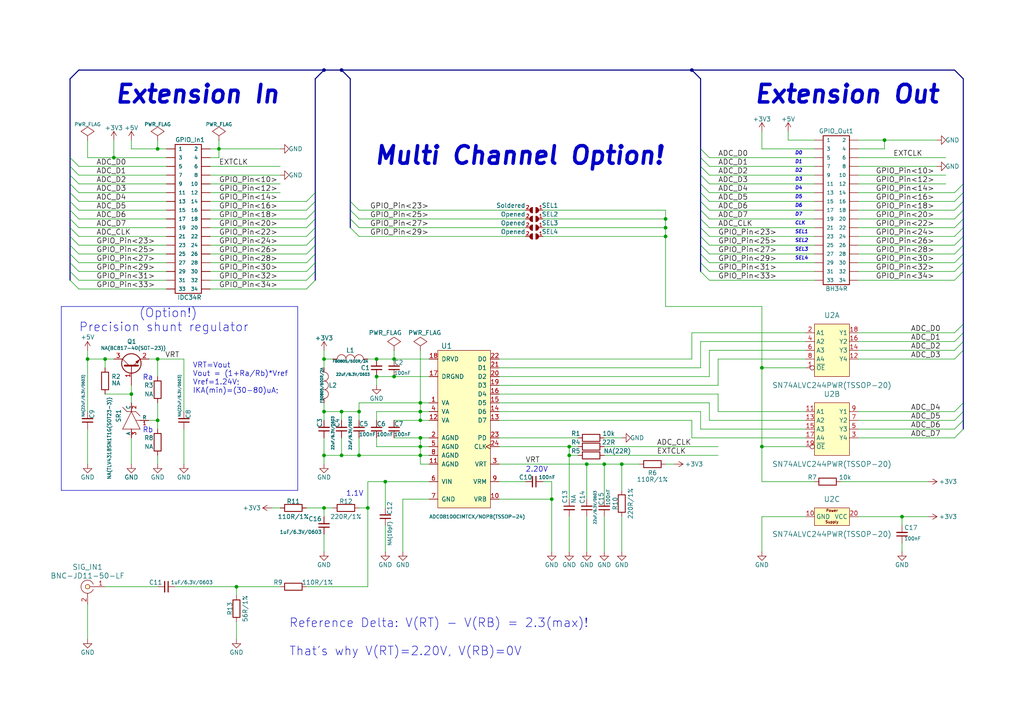
<source format=kicad_sch>
(kicad_sch (version 20230121) (generator eeschema)
  (paper "A4")
  (title_block (rev "A") (company "OLimeX LTD") (comment 1 "https://www.olimex.com/"))
  (junction (at 160.02 144.78))
  (junction (at 165.1 129.54))
  (junction (at 63.5 43.18))
  (junction (at 30.48 104.14))
  (junction (at 109.22 104.14))
  (junction (at 45.72 104.14))
  (junction (at 121.92 127))
  (junction (at 170.18 134.62))
  (junction (at 121.92 119.38))
  (junction (at 220.98 106.68))
  (junction (at 68.58 170.18))
  (junction (at 104.14 132.08))
  (junction (at 114.3 104.14))
  (junction (at 111.76 139.7))
  (junction (at 106.68 147.32))
  (junction (at 93.98 132.08))
  (junction (at 33.02 45.72))
  (junction (at 99.06 20.32))
  (junction (at 261.62 149.86))
  (junction (at 193.04 68.58))
  (junction (at 180.34 134.62))
  (junction (at 93.98 20.32))
  (junction (at 256.54 40.64))
  (junction (at 114.3 109.22))
  (junction (at 121.92 132.08))
  (junction (at 38.1 114.3))
  (junction (at 200.66 20.32))
  (junction (at 193.04 66.04))
  (junction (at 109.22 109.22))
  (junction (at 220.98 129.54))
  (junction (at 121.92 116.84))
  (junction (at 104.14 119.38))
  (junction (at 175.26 134.62))
  (junction (at 45.72 43.18))
  (junction (at 45.72 121.92))
  (junction (at 99.06 119.38))
  (junction (at 99.06 132.08))
  (junction (at 93.98 147.32))
  (junction (at 121.92 121.92))
  (junction (at 193.04 63.5))
  (junction (at 93.98 119.38))
  (junction (at 93.98 104.14))
  (junction (at 165.1 132.08))
  (junction (at 121.92 129.54))
  (junction (at 25.4 104.14))
  (bus_entry (at 91.44 63.5) (size -2.54 2.54))
  (bus_entry (at 279.4 58.42) (size -2.54 2.54))
  (bus_entry (at 20.32 71.12) (size 2.54 2.54))
  (bus_entry (at 203.2 68.58) (size 2.54 2.54))
  (bus_entry (at 279.4 93.98) (size -2.54 2.54))
  (bus_entry (at 20.32 48.26) (size 2.54 2.54))
  (bus_entry (at 101.6 63.5) (size 2.54 2.54))
  (bus_entry (at 20.32 73.66) (size 2.54 2.54))
  (bus_entry (at 279.4 78.74) (size -2.54 2.54))
  (bus_entry (at 20.32 81.28) (size 2.54 2.54))
  (bus_entry (at 91.44 68.58) (size -2.54 2.54))
  (bus_entry (at 91.44 55.88) (size -2.54 2.54))
  (bus_entry (at 91.44 71.12) (size -2.54 2.54))
  (bus_entry (at 279.4 71.12) (size -2.54 2.54))
  (bus_entry (at 20.32 45.72) (size 2.54 2.54))
  (bus_entry (at 91.44 60.96) (size -2.54 2.54))
  (bus_entry (at 101.6 66.04) (size 2.54 2.54))
  (bus_entry (at 279.4 116.84) (size -2.54 2.54))
  (bus_entry (at 279.4 76.2) (size -2.54 2.54))
  (bus_entry (at 279.4 124.46) (size -2.54 2.54))
  (bus_entry (at 101.6 60.96) (size 2.54 2.54))
  (bus_entry (at 279.4 60.96) (size -2.54 2.54))
  (bus_entry (at 279.4 96.52) (size -2.54 2.54))
  (bus_entry (at 279.4 99.06) (size -2.54 2.54))
  (bus_entry (at 20.32 53.34) (size 2.54 2.54))
  (bus_entry (at 203.2 48.26) (size 2.54 2.54))
  (bus_entry (at 20.32 76.2) (size 2.54 2.54))
  (bus_entry (at 20.32 78.74) (size 2.54 2.54))
  (bus_entry (at 279.4 119.38) (size -2.54 2.54))
  (bus_entry (at 203.2 66.04) (size 2.54 2.54))
  (bus_entry (at 91.44 58.42) (size -2.54 2.54))
  (bus_entry (at 20.32 50.8) (size 2.54 2.54))
  (bus_entry (at 279.4 63.5) (size -2.54 2.54))
  (bus_entry (at 279.4 55.88) (size -2.54 2.54))
  (bus_entry (at 20.32 60.96) (size 2.54 2.54))
  (bus_entry (at 203.2 43.18) (size 2.54 2.54))
  (bus_entry (at 20.32 66.04) (size 2.54 2.54))
  (bus_entry (at 279.4 68.58) (size -2.54 2.54))
  (bus_entry (at 91.44 78.74) (size -2.54 2.54))
  (bus_entry (at 20.32 68.58) (size 2.54 2.54))
  (bus_entry (at 203.2 78.74) (size 2.54 2.54))
  (bus_entry (at 91.44 81.28) (size -2.54 2.54))
  (bus_entry (at 203.2 63.5) (size 2.54 2.54))
  (bus_entry (at 279.4 73.66) (size -2.54 2.54))
  (bus_entry (at 20.32 63.5) (size 2.54 2.54))
  (bus_entry (at 279.4 53.34) (size -2.54 2.54))
  (bus_entry (at 203.2 55.88) (size 2.54 2.54))
  (bus_entry (at 203.2 50.8) (size 2.54 2.54))
  (bus_entry (at 20.32 58.42) (size 2.54 2.54))
  (bus_entry (at 91.44 76.2) (size -2.54 2.54))
  (bus_entry (at 279.4 66.04) (size -2.54 2.54))
  (bus_entry (at 203.2 60.96) (size 2.54 2.54))
  (bus_entry (at 279.4 101.6) (size -2.54 2.54))
  (bus_entry (at 203.2 71.12) (size 2.54 2.54))
  (bus_entry (at 203.2 58.42) (size 2.54 2.54))
  (bus_entry (at 203.2 53.34) (size 2.54 2.54))
  (bus_entry (at 20.32 55.88) (size 2.54 2.54))
  (bus_entry (at 91.44 73.66) (size -2.54 2.54))
  (bus_entry (at 279.4 121.92) (size -2.54 2.54))
  (bus_entry (at 203.2 73.66) (size 2.54 2.54))
  (bus_entry (at 203.2 45.72) (size 2.54 2.54))
  (bus_entry (at 203.2 76.2) (size 2.54 2.54))
  (bus_entry (at 101.6 58.42) (size 2.54 2.54))
  (bus_entry (at 91.44 66.04) (size -2.54 2.54))
  (bus (pts (xy 20.32 71.12) (xy 20.32 73.66)))
  (wire (pts (xy 99.06 121.92) (xy 99.06 119.38)))
  (wire (pts (xy 114.3 127) (xy 121.92 127)))
  (bus (pts (xy 203.2 22.86) (xy 200.66 20.32)))
  (wire (pts (xy 121.92 134.62) (xy 124.46 134.62)))
  (wire (pts (xy 60.96 63.5) (xy 88.9 63.5)))
  (wire (pts (xy 60.96 66.04) (xy 88.9 66.04)))
  (wire (pts (xy 152.4 60.96) (xy 104.14 60.96)))
  (wire (pts (xy 30.48 170.18) (xy 45.72 170.18)))
  (wire (pts (xy 121.92 116.84) (xy 124.46 116.84)))
  (wire (pts (xy 109.22 109.22) (xy 114.3 109.22)))
  (wire (pts (xy 193.04 66.04) (xy 157.48 66.04)))
  (wire (pts (xy 43.18 104.14) (xy 45.72 104.14)))
  (wire (pts (xy 60.96 60.96) (xy 88.9 60.96)))
  (wire (pts (xy 228.6 40.64) (xy 228.6 38.1)))
  (wire (pts (xy 160.02 139.7) (xy 160.02 144.78)))
  (wire (pts (xy 68.58 170.18) (xy 81.28 170.18)))
  (wire (pts (xy 93.98 132.08) (xy 99.06 132.08)))
  (bus (pts (xy 203.2 53.34) (xy 203.2 55.88)))
  (bus (pts (xy 91.44 71.12) (xy 91.44 73.66)))
  (wire (pts (xy 152.4 63.5) (xy 104.14 63.5)))
  (polyline (pts (xy 86.36 88.9) (xy 86.36 142.24)))
  (wire (pts (xy 144.78 127) (xy 167.64 127)))
  (wire (pts (xy 68.58 172.72) (xy 68.58 170.18)))
  (wire (pts (xy 144.78 144.78) (xy 160.02 144.78)))
  (wire (pts (xy 205.74 121.92) (xy 233.68 121.92)))
  (wire (pts (xy 60.96 73.66) (xy 88.9 73.66)))
  (wire (pts (xy 48.26 83.82) (xy 22.86 83.82)))
  (wire (pts (xy 274.32 45.72) (xy 248.92 45.72)))
  (wire (pts (xy 274.32 53.34) (xy 248.92 53.34)))
  (wire (pts (xy 274.32 50.8) (xy 248.92 50.8)))
  (bus (pts (xy 279.4 99.06) (xy 279.4 101.6)))
  (wire (pts (xy 236.22 53.34) (xy 205.74 53.34)))
  (wire (pts (xy 81.28 55.88) (xy 60.96 55.88)))
  (wire (pts (xy 60.96 76.2) (xy 88.9 76.2)))
  (wire (pts (xy 276.86 96.52) (xy 248.92 96.52)))
  (wire (pts (xy 114.3 109.22) (xy 124.46 109.22)))
  (wire (pts (xy 121.92 127) (xy 124.46 127)))
  (bus (pts (xy 203.2 71.12) (xy 203.2 73.66)))
  (wire (pts (xy 180.34 134.62) (xy 185.42 134.62)))
  (wire (pts (xy 248.92 76.2) (xy 276.86 76.2)))
  (wire (pts (xy 276.86 104.14) (xy 248.92 104.14)))
  (wire (pts (xy 48.26 76.2) (xy 22.86 76.2)))
  (wire (pts (xy 167.64 132.08) (xy 165.1 132.08)))
  (wire (pts (xy 109.22 129.54) (xy 121.92 129.54)))
  (wire (pts (xy 220.98 149.86) (xy 220.98 160.02)))
  (bus (pts (xy 203.2 73.66) (xy 203.2 76.2)))
  (bus (pts (xy 203.2 60.96) (xy 203.2 63.5)))
  (wire (pts (xy 121.92 132.08) (xy 121.92 134.62)))
  (wire (pts (xy 203.2 119.38) (xy 203.2 124.46)))
  (wire (pts (xy 236.22 66.04) (xy 205.74 66.04)))
  (wire (pts (xy 93.98 149.86) (xy 93.98 147.32)))
  (wire (pts (xy 25.4 104.14) (xy 25.4 119.38)))
  (bus (pts (xy 279.4 121.92) (xy 279.4 124.46)))
  (wire (pts (xy 38.1 111.76) (xy 38.1 114.3)))
  (wire (pts (xy 63.5 43.18) (xy 81.28 43.18)))
  (bus (pts (xy 20.32 76.2) (xy 20.32 78.74)))
  (wire (pts (xy 248.92 149.86) (xy 261.62 149.86)))
  (wire (pts (xy 60.96 68.58) (xy 88.9 68.58)))
  (wire (pts (xy 45.72 40.64) (xy 45.72 43.18)))
  (bus (pts (xy 203.2 48.26) (xy 203.2 50.8)))
  (wire (pts (xy 45.72 43.18) (xy 48.26 43.18)))
  (bus (pts (xy 20.32 50.8) (xy 20.32 53.34)))
  (wire (pts (xy 220.98 43.18) (xy 220.98 38.1)))
  (wire (pts (xy 170.18 134.62) (xy 170.18 144.78)))
  (wire (pts (xy 248.92 43.18) (xy 256.54 43.18)))
  (bus (pts (xy 203.2 50.8) (xy 203.2 53.34)))
  (wire (pts (xy 220.98 88.9) (xy 220.98 106.68)))
  (wire (pts (xy 99.06 119.38) (xy 104.14 119.38)))
  (wire (pts (xy 236.22 63.5) (xy 205.74 63.5)))
  (wire (pts (xy 248.92 58.42) (xy 276.86 58.42)))
  (wire (pts (xy 60.96 78.74) (xy 88.9 78.74)))
  (bus (pts (xy 91.44 60.96) (xy 91.44 63.5)))
  (wire (pts (xy 276.86 99.06) (xy 248.92 99.06)))
  (wire (pts (xy 33.02 45.72) (xy 48.26 45.72)))
  (wire (pts (xy 104.14 132.08) (xy 104.14 127)))
  (wire (pts (xy 236.22 68.58) (xy 205.74 68.58)))
  (wire (pts (xy 38.1 114.3) (xy 30.48 114.3)))
  (bus (pts (xy 203.2 68.58) (xy 203.2 71.12)))
  (wire (pts (xy 68.58 185.42) (xy 68.58 180.34)))
  (wire (pts (xy 106.68 104.14) (xy 109.22 104.14)))
  (wire (pts (xy 93.98 132.08) (xy 93.98 134.62)))
  (wire (pts (xy 220.98 106.68) (xy 220.98 129.54)))
  (wire (pts (xy 45.72 116.84) (xy 45.72 121.92)))
  (wire (pts (xy 248.92 68.58) (xy 276.86 68.58)))
  (wire (pts (xy 93.98 116.84) (xy 93.98 119.38)))
  (wire (pts (xy 111.76 160.02) (xy 111.76 152.4)))
  (wire (pts (xy 121.92 121.92) (xy 124.46 121.92)))
  (bus (pts (xy 279.4 119.38) (xy 279.4 121.92)))
  (wire (pts (xy 121.92 119.38) (xy 121.92 121.92)))
  (bus (pts (xy 91.44 76.2) (xy 91.44 78.74)))
  (bus (pts (xy 20.32 22.86) (xy 20.32 45.72)))
  (wire (pts (xy 208.28 119.38) (xy 233.68 119.38)))
  (wire (pts (xy 236.22 71.12) (xy 205.74 71.12)))
  (wire (pts (xy 157.48 63.5) (xy 193.04 63.5)))
  (wire (pts (xy 165.1 129.54) (xy 165.1 132.08)))
  (wire (pts (xy 48.26 78.74) (xy 22.86 78.74)))
  (wire (pts (xy 205.74 109.22) (xy 205.74 101.6)))
  (wire (pts (xy 109.22 119.38) (xy 121.92 119.38)))
  (wire (pts (xy 60.96 58.42) (xy 88.9 58.42)))
  (bus (pts (xy 91.44 78.74) (xy 91.44 81.28)))
  (wire (pts (xy 114.3 121.92) (xy 121.92 121.92)))
  (wire (pts (xy 205.74 101.6) (xy 233.68 101.6)))
  (wire (pts (xy 81.28 48.26) (xy 60.96 48.26)))
  (wire (pts (xy 93.98 119.38) (xy 99.06 119.38)))
  (wire (pts (xy 236.22 48.26) (xy 205.74 48.26)))
  (wire (pts (xy 144.78 134.62) (xy 170.18 134.62)))
  (bus (pts (xy 279.4 68.58) (xy 279.4 71.12)))
  (wire (pts (xy 93.98 119.38) (xy 93.98 121.92)))
  (wire (pts (xy 48.26 50.8) (xy 22.86 50.8)))
  (wire (pts (xy 243.84 139.7) (xy 269.24 139.7)))
  (wire (pts (xy 43.18 121.92) (xy 45.72 121.92)))
  (wire (pts (xy 200.66 127) (xy 233.68 127)))
  (wire (pts (xy 60.96 83.82) (xy 88.9 83.82)))
  (wire (pts (xy 121.92 101.6) (xy 121.92 116.84)))
  (bus (pts (xy 91.44 55.88) (xy 91.44 58.42)))
  (wire (pts (xy 144.78 109.22) (xy 205.74 109.22)))
  (wire (pts (xy 121.92 129.54) (xy 121.92 132.08)))
  (wire (pts (xy 248.92 40.64) (xy 256.54 40.64)))
  (wire (pts (xy 175.26 160.02) (xy 175.26 149.86)))
  (bus (pts (xy 20.32 60.96) (xy 20.32 63.5)))
  (wire (pts (xy 144.78 129.54) (xy 165.1 129.54)))
  (bus (pts (xy 99.06 20.32) (xy 200.66 20.32)))
  (wire (pts (xy 236.22 50.8) (xy 205.74 50.8)))
  (wire (pts (xy 121.92 129.54) (xy 124.46 129.54)))
  (wire (pts (xy 38.1 114.3) (xy 38.1 116.84)))
  (wire (pts (xy 236.22 43.18) (xy 220.98 43.18)))
  (wire (pts (xy 248.92 66.04) (xy 276.86 66.04)))
  (wire (pts (xy 25.4 134.62) (xy 25.4 124.46)))
  (wire (pts (xy 236.22 81.28) (xy 205.74 81.28)))
  (bus (pts (xy 91.44 66.04) (xy 91.44 68.58)))
  (wire (pts (xy 25.4 45.72) (xy 25.4 40.64)))
  (bus (pts (xy 279.4 22.86) (xy 279.4 53.34)))
  (wire (pts (xy 180.34 134.62) (xy 180.34 142.24)))
  (bus (pts (xy 20.32 22.86) (xy 22.86 20.32)))
  (wire (pts (xy 175.26 132.08) (xy 208.28 132.08)))
  (bus (pts (xy 99.06 20.32) (xy 101.6 22.86)))
  (wire (pts (xy 25.4 101.6) (xy 25.4 104.14)))
  (bus (pts (xy 20.32 68.58) (xy 20.32 71.12)))
  (wire (pts (xy 193.04 68.58) (xy 157.48 68.58)))
  (bus (pts (xy 203.2 45.72) (xy 203.2 48.26)))
  (bus (pts (xy 91.44 22.86) (xy 93.98 20.32)))
  (wire (pts (xy 248.92 78.74) (xy 276.86 78.74)))
  (wire (pts (xy 165.1 129.54) (xy 167.64 129.54)))
  (wire (pts (xy 165.1 160.02) (xy 165.1 149.86)))
  (wire (pts (xy 193.04 60.96) (xy 193.04 63.5)))
  (wire (pts (xy 152.4 68.58) (xy 104.14 68.58)))
  (wire (pts (xy 109.22 129.54) (xy 109.22 127)))
  (wire (pts (xy 109.22 104.14) (xy 114.3 104.14)))
  (bus (pts (xy 20.32 78.74) (xy 20.32 81.28)))
  (wire (pts (xy 200.66 104.14) (xy 200.66 96.52)))
  (wire (pts (xy 48.26 53.34) (xy 22.86 53.34)))
  (wire (pts (xy 175.26 134.62) (xy 180.34 134.62)))
  (wire (pts (xy 48.26 58.42) (xy 22.86 58.42)))
  (wire (pts (xy 220.98 139.7) (xy 236.22 139.7)))
  (wire (pts (xy 203.2 106.68) (xy 203.2 99.06)))
  (wire (pts (xy 193.04 66.04) (xy 193.04 68.58)))
  (wire (pts (xy 45.72 104.14) (xy 53.34 104.14)))
  (bus (pts (xy 20.32 73.66) (xy 20.32 76.2)))
  (wire (pts (xy 25.4 175.26) (xy 25.4 185.42)))
  (wire (pts (xy 236.22 58.42) (xy 205.74 58.42)))
  (wire (pts (xy 157.48 139.7) (xy 160.02 139.7)))
  (wire (pts (xy 193.04 134.62) (xy 195.58 134.62)))
  (bus (pts (xy 101.6 60.96) (xy 101.6 63.5)))
  (wire (pts (xy 256.54 40.64) (xy 271.78 40.64)))
  (wire (pts (xy 121.92 116.84) (xy 121.92 119.38)))
  (wire (pts (xy 170.18 134.62) (xy 175.26 134.62)))
  (wire (pts (xy 93.98 127) (xy 93.98 132.08)))
  (wire (pts (xy 200.66 96.52) (xy 233.68 96.52)))
  (wire (pts (xy 104.14 116.84) (xy 104.14 119.38)))
  (wire (pts (xy 276.86 119.38) (xy 248.92 119.38)))
  (wire (pts (xy 48.26 60.96) (xy 22.86 60.96)))
  (wire (pts (xy 45.72 134.62) (xy 45.72 132.08)))
  (bus (pts (xy 101.6 63.5) (xy 101.6 66.04)))
  (wire (pts (xy 144.78 106.68) (xy 203.2 106.68)))
  (wire (pts (xy 236.22 76.2) (xy 205.74 76.2)))
  (bus (pts (xy 279.4 76.2) (xy 279.4 78.74)))
  (wire (pts (xy 121.92 132.08) (xy 124.46 132.08)))
  (wire (pts (xy 248.92 55.88) (xy 276.86 55.88)))
  (wire (pts (xy 152.4 66.04) (xy 104.14 66.04)))
  (wire (pts (xy 203.2 99.06) (xy 233.68 99.06)))
  (wire (pts (xy 93.98 104.14) (xy 93.98 106.68)))
  (bus (pts (xy 101.6 58.42) (xy 101.6 60.96)))
  (bus (pts (xy 200.66 20.32) (xy 276.86 20.32)))
  (wire (pts (xy 180.34 127) (xy 175.26 127)))
  (wire (pts (xy 60.96 43.18) (xy 63.5 43.18)))
  (wire (pts (xy 220.98 129.54) (xy 233.68 129.54)))
  (bus (pts (xy 203.2 55.88) (xy 203.2 58.42)))
  (wire (pts (xy 81.28 53.34) (xy 60.96 53.34)))
  (bus (pts (xy 279.4 66.04) (xy 279.4 68.58)))
  (wire (pts (xy 106.68 139.7) (xy 106.68 147.32)))
  (bus (pts (xy 20.32 55.88) (xy 20.32 58.42)))
  (wire (pts (xy 111.76 139.7) (xy 111.76 147.32)))
  (bus (pts (xy 20.32 45.72) (xy 20.32 48.26)))
  (wire (pts (xy 33.02 45.72) (xy 33.02 40.64)))
  (bus (pts (xy 203.2 76.2) (xy 203.2 78.74)))
  (wire (pts (xy 106.68 139.7) (xy 111.76 139.7)))
  (wire (pts (xy 160.02 144.78) (xy 160.02 160.02)))
  (wire (pts (xy 248.92 48.26) (xy 271.78 48.26)))
  (wire (pts (xy 208.28 114.3) (xy 208.28 119.38)))
  (bus (pts (xy 203.2 66.04) (xy 203.2 68.58)))
  (polyline (pts (xy 86.36 142.24) (xy 17.78 142.24)))
  (wire (pts (xy 63.5 43.18) (xy 63.5 45.72)))
  (wire (pts (xy 48.26 48.26) (xy 22.86 48.26)))
  (wire (pts (xy 48.26 63.5) (xy 22.86 63.5)))
  (wire (pts (xy 248.92 71.12) (xy 276.86 71.12)))
  (wire (pts (xy 48.26 81.28) (xy 22.86 81.28)))
  (bus (pts (xy 91.44 22.86) (xy 91.44 55.88)))
  (wire (pts (xy 45.72 104.14) (xy 45.72 109.22)))
  (wire (pts (xy 99.06 127) (xy 99.06 132.08)))
  (bus (pts (xy 91.44 58.42) (xy 91.44 60.96)))
  (wire (pts (xy 30.48 106.68) (xy 30.48 104.14)))
  (bus (pts (xy 279.4 63.5) (xy 279.4 66.04)))
  (wire (pts (xy 208.28 129.54) (xy 175.26 129.54)))
  (wire (pts (xy 193.04 60.96) (xy 157.48 60.96)))
  (wire (pts (xy 236.22 55.88) (xy 205.74 55.88)))
  (wire (pts (xy 236.22 60.96) (xy 205.74 60.96)))
  (wire (pts (xy 233.68 106.68) (xy 220.98 106.68)))
  (bus (pts (xy 20.32 63.5) (xy 20.32 66.04)))
  (wire (pts (xy 48.26 73.66) (xy 22.86 73.66)))
  (wire (pts (xy 81.28 147.32) (xy 78.74 147.32)))
  (wire (pts (xy 60.96 71.12) (xy 88.9 71.12)))
  (wire (pts (xy 93.98 104.14) (xy 96.52 104.14)))
  (wire (pts (xy 88.9 147.32) (xy 93.98 147.32)))
  (wire (pts (xy 60.96 50.8) (xy 81.28 50.8)))
  (wire (pts (xy 38.1 43.18) (xy 38.1 40.64)))
  (wire (pts (xy 144.78 116.84) (xy 205.74 116.84)))
  (polyline (pts (xy 17.78 142.24) (xy 17.78 88.9)))
  (wire (pts (xy 109.22 109.22) (xy 109.22 111.76)))
  (wire (pts (xy 193.04 68.58) (xy 193.04 88.9)))
  (wire (pts (xy 203.2 124.46) (xy 233.68 124.46)))
  (wire (pts (xy 104.14 116.84) (xy 121.92 116.84)))
  (bus (pts (xy 279.4 93.98) (xy 279.4 96.52)))
  (wire (pts (xy 193.04 88.9) (xy 220.98 88.9)))
  (wire (pts (xy 30.48 104.14) (xy 33.02 104.14)))
  (wire (pts (xy 121.92 119.38) (xy 124.46 119.38)))
  (wire (pts (xy 99.06 132.08) (xy 104.14 132.08)))
  (wire (pts (xy 104.14 119.38) (xy 104.14 121.92)))
  (wire (pts (xy 276.86 127) (xy 248.92 127)))
  (wire (pts (xy 170.18 160.02) (xy 170.18 149.86)))
  (wire (pts (xy 193.04 63.5) (xy 193.04 66.04)))
  (wire (pts (xy 180.34 160.02) (xy 180.34 149.86)))
  (wire (pts (xy 248.92 63.5) (xy 276.86 63.5)))
  (wire (pts (xy 220.98 129.54) (xy 220.98 139.7)))
  (wire (pts (xy 60.96 81.28) (xy 88.9 81.28)))
  (wire (pts (xy 50.8 170.18) (xy 68.58 170.18)))
  (wire (pts (xy 48.26 68.58) (xy 22.86 68.58)))
  (wire (pts (xy 236.22 73.66) (xy 205.74 73.66)))
  (wire (pts (xy 45.72 121.92) (xy 45.72 124.46)))
  (wire (pts (xy 175.26 134.62) (xy 175.26 144.78)))
  (wire (pts (xy 144.78 139.7) (xy 152.4 139.7)))
  (bus (pts (xy 203.2 58.42) (xy 203.2 60.96)))
  (wire (pts (xy 144.78 114.3) (xy 208.28 114.3)))
  (wire (pts (xy 236.22 78.74) (xy 205.74 78.74)))
  (bus (pts (xy 279.4 60.96) (xy 279.4 63.5)))
  (wire (pts (xy 38.1 43.18) (xy 45.72 43.18)))
  (wire (pts (xy 25.4 45.72) (xy 33.02 45.72)))
  (bus (pts (xy 20.32 53.34) (xy 20.32 55.88)))
  (wire (pts (xy 236.22 45.72) (xy 205.74 45.72)))
  (wire (pts (xy 205.74 116.84) (xy 205.74 121.92)))
  (bus (pts (xy 20.32 58.42) (xy 20.32 60.96)))
  (wire (pts (xy 53.34 104.14) (xy 53.34 119.38)))
  (wire (pts (xy 63.5 40.64) (xy 63.5 43.18)))
  (wire (pts (xy 248.92 73.66) (xy 276.86 73.66)))
  (wire (pts (xy 144.78 121.92) (xy 200.66 121.92)))
  (wire (pts (xy 63.5 45.72) (xy 60.96 45.72)))
  (wire (pts (xy 48.26 55.88) (xy 22.86 55.88)))
  (bus (pts (xy 203.2 22.86) (xy 203.2 43.18)))
  (bus (pts (xy 101.6 22.86) (xy 101.6 58.42)))
  (bus (pts (xy 279.4 55.88) (xy 279.4 58.42)))
  (wire (pts (xy 236.22 40.64) (xy 228.6 40.64)))
  (wire (pts (xy 261.62 152.4) (xy 261.62 149.86)))
  (wire (pts (xy 261.62 160.02) (xy 261.62 157.48)))
  (wire (pts (xy 248.92 60.96) (xy 276.86 60.96)))
  (bus (pts (xy 203.2 63.5) (xy 203.2 66.04)))
  (wire (pts (xy 53.34 134.62) (xy 53.34 124.46)))
  (bus (pts (xy 279.4 101.6) (xy 279.4 116.84)))
  (bus (pts (xy 203.2 43.18) (xy 203.2 45.72)))
  (bus (pts (xy 91.44 68.58) (xy 91.44 71.12)))
  (wire (pts (xy 208.28 104.14) (xy 233.68 104.14)))
  (wire (pts (xy 48.26 71.12) (xy 22.86 71.12)))
  (wire (pts (xy 144.78 111.76) (xy 208.28 111.76)))
  (bus (pts (xy 22.86 20.32) (xy 93.98 20.32)))
  (bus (pts (xy 279.4 78.74) (xy 279.4 93.98)))
  (wire (pts (xy 116.84 144.78) (xy 116.84 160.02)))
  (wire (pts (xy 93.98 147.32) (xy 96.52 147.32)))
  (wire (pts (xy 121.92 127) (xy 121.92 129.54)))
  (bus (pts (xy 279.4 58.42) (xy 279.4 60.96)))
  (wire (pts (xy 106.68 170.18) (xy 88.9 170.18)))
  (wire (pts (xy 38.1 127) (xy 38.1 134.62)))
  (polyline (pts (xy 17.78 88.9) (xy 86.36 88.9)))
  (bus (pts (xy 279.4 53.34) (xy 279.4 55.88)))
  (bus (pts (xy 279.4 73.66) (xy 279.4 76.2)))
  (wire (pts (xy 248.92 81.28) (xy 276.86 81.28)))
  (wire (pts (xy 111.76 139.7) (xy 124.46 139.7)))
  (wire (pts (xy 93.98 101.6) (xy 93.98 104.14)))
  (wire (pts (xy 114.3 104.14) (xy 114.3 101.6)))
  (bus (pts (xy 279.4 116.84) (xy 279.4 119.38)))
  (wire (pts (xy 233.68 149.86) (xy 220.98 149.86)))
  (wire (pts (xy 200.66 104.14) (xy 144.78 104.14)))
  (wire (pts (xy 48.26 66.04) (xy 22.86 66.04)))
  (bus (pts (xy 91.44 73.66) (xy 91.44 76.2)))
  (wire (pts (xy 114.3 104.14) (xy 124.46 104.14)))
  (bus (pts (xy 91.44 63.5) (xy 91.44 66.04)))
  (wire (pts (xy 200.66 121.92) (xy 200.66 127)))
  (wire (pts (xy 208.28 111.76) (xy 208.28 104.14)))
  (wire (pts (xy 124.46 144.78) (xy 116.84 144.78)))
  (wire (pts (xy 106.68 147.32) (xy 104.14 147.32)))
  (wire (pts (xy 261.62 149.86) (xy 269.24 149.86)))
  (wire (pts (xy 276.86 121.92) (xy 248.92 121.92)))
  (wire (pts (xy 256.54 43.18) (xy 256.54 40.64)))
  (bus (pts (xy 276.86 20.32) (xy 279.4 22.86)))
  (wire (pts (xy 104.14 132.08) (xy 121.92 132.08)))
  (wire (pts (xy 93.98 160.02) (xy 93.98 154.94)))
  (bus (pts (xy 279.4 96.52) (xy 279.4 99.06)))
  (wire (pts (xy 144.78 119.38) (xy 203.2 119.38)))
  (bus (pts (xy 93.98 20.32) (xy 99.06 20.32)))
  (wire (pts (xy 165.1 132.08) (xy 165.1 144.78)))
  (wire (pts (xy 25.4 104.14) (xy 30.48 104.14)))
  (wire (pts (xy 109.22 119.38) (xy 109.22 121.92)))
  (wire (pts (xy 276.86 101.6) (xy 248.92 101.6)))
  (wire (pts (xy 276.86 124.46) (xy 248.92 124.46)))
  (wire (pts (xy 106.68 147.32) (xy 106.68 170.18)))
  (bus (pts (xy 279.4 71.12) (xy 279.4 73.66)))
  (bus (pts (xy 20.32 66.04) (xy 20.32 68.58)))
  (bus (pts (xy 20.32 48.26) (xy 20.32 50.8)))
  (text "SEL4" (at 230.505 75.565 0) (effects (font (size 1.016 1.016) (thickness 0.2032) bold italic) (justify left bottom)))
  (text "D2" (at 230.505 50.165 0) (effects (font (size 1.016 1.016) (thickness 0.2032) bold italic) (justify left bottom)))
  (text "D6" (at 230.505 60.325 0) (effects (font (size 1.016 1.016) (thickness 0.2032) bold italic) (justify left bottom)))
  (text "SEL3" (at 230.505 73.025 0) (effects (font (size 1.016 1.016) (thickness 0.2032) bold italic) (justify left bottom)))
  (text "Extension Out" (at 218.44 30.48 0) (effects (font (size 5.08 5.08) (thickness 1.016) bold italic) (justify left bottom)))
  (text "D3" (at 230.505 52.705 0) (effects (font (size 1.016 1.016) (thickness 0.2032) bold italic) (justify left bottom)))
  (text "1.1V" (at 100.33 144.145 0) (effects (font (size 1.524 1.524)) (justify left bottom)))
  (text "Rb" (at 44.45 125.73 0) (effects (font (size 1.524 1.524)) (justify right bottom)))
  (text "Ra" (at 44.45 110.49 0) (effects (font (size 1.524 1.524)) (justify right bottom)))
  (text "Extension In" (at 33.02 30.48 0) (effects (font (size 5.08 5.08) (thickness 1.016) bold italic) (justify left bottom)))
  (text "SEL2" (at 230.505 70.485 0) (effects (font (size 1.016 1.016) (thickness 0.2032) bold italic) (justify left bottom)))
  (text "2.20V" (at 152.4 137.16 0) (effects (font (size 1.524 1.524)) (justify left bottom)))
  (text "D1\n" (at 230.505 47.625 0) (effects (font (size 1.016 1.016) (thickness 0.2032) bold italic) (justify left bottom)))
  (text "Multi Channel Option!" (at 193.04 48.26 0) (effects (font (size 5.08 5.08) (thickness 1.016) bold italic) (justify right bottom)))
  (text "D7" (at 230.505 62.865 0) (effects (font (size 1.016 1.016) (thickness 0.2032) bold italic) (justify left bottom)))
  (text "D0" (at 230.505 45.085 0) (effects (font (size 1.016 1.016) (thickness 0.2032) bold italic) (justify left bottom)))
  (text "VRT=Vout \nVout = (1+Ra/Rb)*Vref\nVref=1.24V;\nIKA(min)=(30-80)uA;" (at 55.88 114.3 0) (effects (font (size 1.524 1.524)) (justify left bottom)))
  (text "SEL1" (at 230.505 67.945 0) (effects (font (size 1.016 1.016) (thickness 0.2032) bold italic) (justify left bottom)))
  (text "         (Option!)\nPrecision shunt regulator\n" (at 22.86 96.52 0) (effects (font (size 2.54 2.54)) (justify left bottom)))
  (text "D5" (at 230.505 57.785 0) (effects (font (size 1.016 1.016) (thickness 0.2032) bold italic) (justify left bottom)))
  (text "CLK" (at 230.505 65.405 0) (effects (font (size 1.016 1.016) (thickness 0.2032) bold italic) (justify left bottom)))
  (text "Reference Delta: V(RT) - V(RB) = 2.3(max)!\n\nThat's why V(RT)=2.20V, V(RB)=0V" (at 83.82 190.5 0) (effects (font (size 2.54 2.54)) (justify left bottom)))
  (text "D4" (at 230.505 55.245 0) (effects (font (size 1.016 1.016) (thickness 0.2032) bold italic) (justify left bottom)))
  (label "ADC_D0" (at 27.94 48.26 0) (effects (font (size 1.524 1.524))))
  (label "GPIO_Pin<29>" (at 208.28 76.2 0) (effects (font (size 1.524 1.524))))
  (label "GPIO_Pin<20>" (at 63.5 66.04 0) (effects (font (size 1.524 1.524))))
  (label "GPIO_Pin<27>" (at 107.315 66.04 0) (effects (font (size 1.524 1.524))))
  (label "GPIO_Pin<27>" (at 208.28 73.66 0) (effects (font (size 1.524 1.524))))
  (label "ADC_D1" (at 208.28 48.26 0) (effects (font (size 1.524 1.524))))
  (label "ADC_D4" (at 264.16 119.38 0) (effects (font (size 1.524 1.524))))
  (label "GPIO_Pin<26>" (at 254 71.12 0) (effects (font (size 1.524 1.524))))
  (label "GPIO_Pin<16>" (at 63.5 60.96 0) (effects (font (size 1.524 1.524))))
  (label "ADC_D7" (at 208.28 63.5 0) (effects (font (size 1.524 1.524))))
  (label "GPIO_Pin<22>" (at 254 66.04 0) (effects (font (size 1.524 1.524))))
  (label "ADC_D0" (at 208.28 45.72 0) (effects (font (size 1.524 1.524))))
  (label "GPIO_Pin<23>" (at 27.94 71.12 0) (effects (font (size 1.524 1.524))))
  (label "GPIO_Pin<12>" (at 63.5 55.88 0) (effects (font (size 1.524 1.524))))
  (label "GPIO_Pin<32>" (at 63.5 81.28 0) (effects (font (size 1.524 1.524))))
  (label "GPIO_Pin<25>" (at 107.315 63.5 0) (effects (font (size 1.524 1.524))))
  (label "GPIO_Pin<28>" (at 254 73.66 0) (effects (font (size 1.524 1.524))))
  (label "GPIO_Pin<20>" (at 254 63.5 0) (effects (font (size 1.524 1.524))))
  (label "ADC_D6" (at 208.28 60.96 0) (effects (font (size 1.524 1.524))))
  (label "ADC_CLK" (at 208.28 66.04 0) (effects (font (size 1.524 1.524))))
  (label "GPIO_Pin<29>" (at 27.94 78.74 0) (effects (font (size 1.524 1.524))))
  (label "ADC_D4" (at 27.94 58.42 0) (effects (font (size 1.524 1.524))))
  (label "GPIO_Pin<26>" (at 63.5 73.66 0) (effects (font (size 1.524 1.524))))
  (label "GPIO_Pin<31>" (at 27.94 81.28 0) (effects (font (size 1.524 1.524))))
  (label "ADC_D7" (at 264.16 127 0) (effects (font (size 1.524 1.524))))
  (label "GPIO_Pin<28>" (at 63.5 76.2 0) (effects (font (size 1.524 1.524))))
  (label "GPIO_Pin<33>" (at 27.94 83.82 0) (effects (font (size 1.524 1.524))))
  (label "GPIO_Pin<29>" (at 107.315 68.58 0) (effects (font (size 1.524 1.524))))
  (label "EXTCLK" (at 63.5 48.26 0) (effects (font (size 1.524 1.524))))
  (label "GPIO_Pin<30>" (at 63.5 78.74 0) (effects (font (size 1.524 1.524))))
  (label "EXTCLK" (at 259.08 45.72 0) (effects (font (size 1.524 1.524))))
  (label "ADC_D1" (at 27.94 50.8 0) (effects (font (size 1.524 1.524))))
  (label "ADC_D4" (at 208.28 55.88 0) (effects (font (size 1.524 1.524))))
  (label "GPIO_Pin<32>" (at 254 78.74 0) (effects (font (size 1.524 1.524))))
  (label "ADC_D0" (at 264.16 96.52 0) (effects (font (size 1.524 1.524))))
  (label "GPIO_Pin<14>" (at 254 55.88 0) (effects (font (size 1.524 1.524))))
  (label "VRT" (at 52.07 104.14 180) (effects (font (size 1.524 1.524))))
  (label "GPIO_Pin<18>" (at 254 60.96 0) (effects (font (size 1.524 1.524))))
  (label "GPIO_Pin<27>" (at 27.94 76.2 0) (effects (font (size 1.524 1.524))))
  (label "GPIO_Pin<30>" (at 254 76.2 0) (effects (font (size 1.524 1.524))))
  (label "GPIO_Pin<33>" (at 208.28 81.28 0) (effects (font (size 1.524 1.524))))
  (label "GPIO_Pin<16>" (at 254 58.42 0) (effects (font (size 1.524 1.524))))
  (label "ADC_D6" (at 264.16 124.46 0) (effects (font (size 1.524 1.524))))
  (label "GPIO_Pin<24>" (at 63.5 71.12 0) (effects (font (size 1.524 1.524))))
  (label "GPIO_Pin<23>" (at 208.28 68.58 0) (effects (font (size 1.524 1.524))))
  (label "GPIO_Pin<10>" (at 254 50.8 0) (effects (font (size 1.524 1.524))))
  (label "ADC_D3" (at 264.16 104.14 0) (effects (font (size 1.524 1.524))))
  (label "GPIO_Pin<24>" (at 254 68.58 0) (effects (font (size 1.524 1.524))))
  (label "GPIO_Pin<18>" (at 63.5 63.5 0) (effects (font (size 1.524 1.524))))
  (label "ADC_D7" (at 27.94 66.04 0) (effects (font (size 1.524 1.524))))
  (label "GPIO_Pin<12>" (at 254 53.34 0) (effects (font (size 1.524 1.524))))
  (label "EXTCLK" (at 190.5 132.08 0) (effects (font (size 1.524 1.524))))
  (label "ADC_D5" (at 27.94 60.96 0) (effects (font (size 1.524 1.524))))
  (label "GPIO_Pin<14>" (at 63.5 58.42 0) (effects (font (size 1.524 1.524))))
  (label "GPIO_Pin<25>" (at 27.94 73.66 0) (effects (font (size 1.524 1.524))))
  (label "ADC_D1" (at 264.16 99.06 0) (effects (font (size 1.524 1.524))))
  (label "GPIO_Pin<23>" (at 107.315 60.96 0) (effects (font (size 1.524 1.524))))
  (label "GPIO_Pin<10>" (at 63.5 53.34 0) (effects (font (size 1.524 1.524))))
  (label "ADC_D5" (at 208.28 58.42 0) (effects (font (size 1.524 1.524))))
  (label "ADC_D5" (at 264.16 121.92 0) (effects (font (size 1.524 1.524))))
  (label "GPIO_Pin<31>" (at 208.28 78.74 0) (effects (font (size 1.524 1.524))))
  (label "GPIO_Pin<25>" (at 208.28 71.12 0) (effects (font (size 1.524 1.524))))
  (label "ADC_CLK" (at 190.5 129.54 0) (effects (font (size 1.524 1.524))))
  (label "GPIO_Pin<34>" (at 254 81.28 0) (effects (font (size 1.524 1.524))))
  (label "ADC_D2" (at 264.16 101.6 0) (effects (font (size 1.524 1.524))))
  (label "ADC_D3" (at 27.94 55.88 0) (effects (font (size 1.524 1.524))))
  (label "ADC_D3" (at 208.28 53.34 0) (effects (font (size 1.524 1.524))))
  (label "ADC_CLK" (at 27.94 68.58 0) (effects (font (size 1.524 1.524))))
  (label "ADC_D6" (at 27.94 63.5 0) (effects (font (size 1.524 1.524))))
  (label "ADC_D2" (at 27.94 53.34 0) (effects (font (size 1.524 1.524))))
  (label "GPIO_Pin<34>" (at 63.5 83.82 0) (effects (font (size 1.524 1.524))))
  (label "GPIO_Pin<22>" (at 63.5 68.58 0) (effects (font (size 1.524 1.524))))
  (label "VRT" (at 152.4 134.62 0) (effects (font (size 1.524 1.524))))
  (label "ADC_D2" (at 208.28 50.8 0) (effects (font (size 1.524 1.524))))
  (symbol (lib_id "ICE40-ADC_Rev_A-rescue:C") (at 48.26 170.18 270) (mirror x) (unit 1)
    (property "Reference" "C11" (at 43.18 168.91 90) (effects (justify left)))
    (property "Value" "1uF/6.3V/0603" (at 49.53 168.91 90) (effects (font (size 1.016 1.016)) (justify left)))
    (property "Footprint" "OLIMEX_RLC-FP:C_0603_5MIL_DWS" (effects hide))
  )
  (symbol (lib_id "ICE40-ADC_Rev_A-rescue:C") (at 93.98 124.46 180) (unit 1)
    (property "Reference" "C3" (at 92.71 121.285 90) (effects (justify left)))
    (property "Value" "22uF/6.3V/0603" (at 96.52 120.65 90) (effects (font (size 0.762 0.762)) (justify left)))
    (property "Footprint" "OLIMEX_RLC-FP:C_0603_5MIL_DWS" (effects hide))
  )
  (symbol (lib_id "ICE40-ADC_Rev_A-rescue:L") (at 101.6 104.14 0) (mirror y) (unit 1)
    (property "Reference" "L1" (at 101.6 101.6 0))
    (property "Value" "FB0805/600R/2A" (at 101.6 104.775 0) (effects (font (size 0.762 0.762))))
    (property "Footprint" "OLIMEX_RLC-FP:L_0805_5MIL_DWS" (effects hide))
  )
  (symbol (lib_id "ICE40-ADC_Rev_A-rescue:+5V") (at 228.6 38.1 0) (unit 1)
    (property "Reference" "#PWR01" (effects hide))
    (property "Value" "+5V" (at 228.6 34.544 0))
  )
  (symbol (lib_id "ICE40-ADC_Rev_A-rescue:GND") (at 271.78 40.64 90) (mirror x) (unit 1)
    (property "Reference" "#PWR02" (effects hide))
    (property "Value" "GND" (at 276.225 40.64 90))
  )
  (symbol (lib_id "ICE40-ADC_Rev_A-rescue:+3.3V") (at 220.98 38.1 0) (mirror y) (unit 1)
    (property "Reference" "#PWR03" (effects hide))
    (property "Value" "+3.3V" (at 220.98 34.544 0))
  )
  (symbol (lib_id "ICE40-ADC_Rev_A-rescue:C") (at 104.14 124.46 0) (mirror x) (unit 1)
    (property "Reference" "C5" (at 104.14 122.936 0) (effects (justify left)))
    (property "Value" "100nF" (at 104.14 125.984 0) (effects (font (size 1.016 1.016)) (justify left)))
    (property "Footprint" "OLIMEX_RLC-FP:C_0402_5MIL_DWS" (effects hide))
  )
  (symbol (lib_id "ICE40-ADC_Rev_A-rescue:C") (at 114.3 106.68 0) (mirror x) (unit 1)
    (property "Reference" "C2" (at 114.3 105.156 0) (effects (justify left)))
    (property "Value" "100nF" (at 114.3 108.204 0) (effects (font (size 1.016 1.016)) (justify left)))
    (property "Footprint" "OLIMEX_RLC-FP:C_0402_5MIL_DWS" (effects hide))
  )
  (symbol (lib_id "ICE40-ADC_Rev_A-rescue:C") (at 109.22 124.46 0) (mirror x) (unit 1)
    (property "Reference" "C6" (at 109.22 122.936 0) (effects (justify left)))
    (property "Value" "100nF" (at 109.22 125.984 0) (effects (font (size 1.016 1.016)) (justify left)))
    (property "Footprint" "OLIMEX_RLC-FP:C_0402_5MIL_DWS" (effects hide))
  )
  (symbol (lib_id "ICE40-ADC_Rev_A-rescue:R") (at 171.45 127 0) (mirror y) (unit 1)
    (property "Reference" "R1" (at 167.005 125.73 0))
    (property "Value" "10k" (at 176.53 125.73 0))
    (property "Footprint" "OLIMEX_RLC-FP:R_0402_5MIL_DWS" (effects hide))
  )
  (symbol (lib_id "ICE40-ADC_Rev_A-rescue:C") (at 154.94 139.7 270) (mirror x) (unit 1)
    (property "Reference" "C10" (at 150.495 138.43 90) (effects (justify left)))
    (property "Value" "100nF" (at 156.21 138.43 90) (effects (font (size 1.016 1.016)) (justify left)))
    (property "Footprint" "OLIMEX_RLC-FP:C_0402_5MIL_DWS" (effects hide))
  )
  (symbol (lib_id "ICE40-ADC_Rev_A-rescue:C") (at 175.26 147.32 0) (mirror x) (unit 1)
    (property "Reference" "C15" (at 174.371 142.748 90) (effects (justify left)))
    (property "Value" "100nF" (at 176.403 141.732 90) (effects (font (size 1.016 1.016)) (justify left)))
    (property "Footprint" "OLIMEX_RLC-FP:C_0402_5MIL_DWS" (effects hide))
  )
  (symbol (lib_id "ICE40-ADC_Rev_A-rescue:+3.3V") (at 195.58 134.62 270) (mirror x) (unit 1)
    (property "Reference" "#PWR04" (effects hide))
    (property "Value" "+3.3V" (at 201.295 134.62 90))
  )
  (symbol (lib_id "ICE40-ADC_Rev_A-rescue:R") (at 171.45 129.54 0) (mirror y) (unit 1)
    (property "Reference" "R4" (at 167.005 128.27 0))
    (property "Value" "22R" (at 176.53 128.27 0))
    (property "Footprint" "OLIMEX_RLC-FP:R_0402_5MIL_DWS" (effects hide))
  )
  (symbol (lib_id "ICE40-ADC_Rev_A-rescue:C") (at 114.3 124.46 0) (mirror x) (unit 1)
    (property "Reference" "C7" (at 114.3 122.936 0) (effects (justify left)))
    (property "Value" "100nF" (at 114.3 125.984 0) (effects (font (size 1.016 1.016)) (justify left)))
    (property "Footprint" "OLIMEX_RLC-FP:C_0402_5MIL_DWS" (effects hide))
  )
  (symbol (lib_id "ICE40-ADC_Rev_A-rescue:BH34S") (at 243.84 60.96 0) (unit 1)
    (property "Reference" "GPIO_Out1" (at 237.49 38.735 0) (effects (justify left bottom)))
    (property "Value" "BH34R" (at 239.395 84.455 0) (effects (justify left bottom)))
    (property "Footprint" "OLIMEX_Connectors-FP:BH34R" (effects hide))
  )
  (symbol (lib_id "ICE40-ADC_Rev_A-rescue:GND") (at 271.78 48.26 90) (mirror x) (unit 1)
    (property "Reference" "#PWR07" (effects hide))
    (property "Value" "GND" (at 276.225 48.26 90))
  )
  (symbol (lib_id "ICE40-ADC_Rev_A-rescue:R") (at 180.34 146.05 90) (mirror x) (unit 1)
    (property "Reference" "R10" (at 178.435 146.05 0))
    (property "Value" "220R/1%" (at 182.88 146.05 0))
    (property "Footprint" "OLIMEX_RLC-FP:R_0402_5MIL_DWS" (effects hide))
  )
  (symbol (lib_id "ICE40-ADC_Rev_A-rescue:GND") (at 180.34 160.02 0) (mirror y) (unit 1)
    (property "Reference" "#PWR05" (effects hide))
    (property "Value" "GND" (at 180.34 163.83 0))
  )
  (symbol (lib_id "ICE40-ADC_Rev_A-rescue:ADC08100CIMTCX/NOPB(TSSOP-24)") (at 134.62 124.46 0) (unit 1)
    (property "Reference" "U1" (at 129.54 100.33 0) (effects (font (size 1.524 1.524))))
    (property "Value" "ADC08100CIMTCX/NOPB(TSSOP-24)" (at 138.43 149.86 0) (effects (font (size 1.016 1.016))))
    (property "Footprint" "OLIMEX_IC-FP:TSSOP-24_Pitch-0.65mm_7.80x6.40x1.20mm" (effects hide))
    (property "Datasheet" "http://www.ti.com/lit/ds/symlink/adc08100.pdf" (effects hide))
    (property "Note" "PTB" (effects hide))
  )
  (symbol (lib_id "ICE40-ADC_Rev_A-rescue:GND") (at 93.98 134.62 0) (mirror y) (unit 1)
    (property "Reference" "#PWR08" (effects hide))
    (property "Value" "GND" (at 93.98 138.43 0))
  )
  (symbol (lib_id "ICE40-ADC_Rev_A-rescue:GND") (at 109.22 111.76 0) (mirror y) (unit 1)
    (property "Reference" "#PWR09" (effects hide))
    (property "Value" "GND" (at 109.22 115.57 0))
  )
  (symbol (lib_id "ICE40-ADC_Rev_A-rescue:+3.3V") (at 93.98 101.6 0) (unit 1)
    (property "Reference" "#PWR010" (effects hide))
    (property "Value" "+3.3V" (at 93.98 98.044 0))
  )
  (symbol (lib_id "ICE40-ADC_Rev_A-rescue:GND") (at 116.84 160.02 0) (mirror y) (unit 1)
    (property "Reference" "#PWR011" (effects hide))
    (property "Value" "GND" (at 116.84 163.83 0))
  )
  (symbol (lib_id "ICE40-ADC_Rev_A-rescue:C") (at 109.22 106.68 180) (unit 1)
    (property "Reference" "C1" (at 107.315 106.68 0) (effects (justify left)))
    (property "Value" "22uF/6.3V/0603" (at 107.315 108.585 0) (effects (font (size 0.762 0.762)) (justify left)))
    (property "Footprint" "OLIMEX_RLC-FP:C_0603_5MIL_DWS" (effects hide))
  )
  (symbol (lib_id "ICE40-ADC_Rev_A-rescue:C") (at 170.18 147.32 180) (unit 1)
    (property "Reference" "C14" (at 168.91 142.24 90) (effects (justify left)))
    (property "Value" "22uF/6.3V/0603" (at 172.593 142.24 90) (effects (font (size 0.762 0.762)) (justify left)))
    (property "Footprint" "OLIMEX_RLC-FP:C_0603_5MIL_DWS" (effects hide))
  )
  (symbol (lib_id "ICE40-ADC_Rev_A-rescue:GND") (at 170.18 160.02 0) (mirror y) (unit 1)
    (property "Reference" "#PWR06" (effects hide))
    (property "Value" "GND" (at 170.18 163.83 0))
  )
  (symbol (lib_id "ICE40-ADC_Rev_A-rescue:C") (at 99.06 124.46 180) (unit 1)
    (property "Reference" "C4" (at 97.79 121.285 90) (effects (justify left)))
    (property "Value" "22uF/6.3V/0603" (at 101.6 120.65 90) (effects (font (size 0.762 0.762)) (justify left)))
    (property "Footprint" "OLIMEX_RLC-FP:C_0603_5MIL_DWS" (effects hide))
  )
  (symbol (lib_id "ICE40-ADC_Rev_A-rescue:Q_NPN_BEC") (at 38.1 106.68 90) (unit 1)
    (property "Reference" "Q1" (at 36.83 99.06 90) (effects (justify right)))
    (property "Value" "NA(BC817-40(SOT-23))" (at 29.21 100.965 90) (effects (font (size 1.016 1.016)) (justify right)))
    (property "Footprint" "OLIMEX_Transistors-FP:SOT23" (effects hide))
  )
  (symbol (lib_id "ICE40-ADC_Rev_A-rescue:GND") (at 160.02 160.02 0) (mirror y) (unit 1)
    (property "Reference" "#PWR012" (effects hide))
    (property "Value" "GND" (at 160.02 163.83 0))
  )
  (symbol (lib_id "ICE40-ADC_Rev_A-rescue:GND") (at 45.72 134.62 0) (unit 1)
    (property "Reference" "#PWR020" (effects hide))
    (property "Value" "GND" (at 45.72 138.43 0))
  )
  (symbol (lib_id "ICE40-ADC_Rev_A-rescue:GND") (at 175.26 160.02 0) (mirror y) (unit 1)
    (property "Reference" "#PWR013" (effects hide))
    (property "Value" "GND" (at 175.26 163.83 0))
  )
  (symbol (lib_id "ICE40-ADC_Rev_A-rescue:R") (at 189.23 134.62 0) (mirror y) (unit 1)
    (property "Reference" "R6" (at 189.23 137.16 0))
    (property "Value" "110R/1%" (at 189.23 139.065 0))
    (property "Footprint" "OLIMEX_RLC-FP:R_0402_5MIL_DWS" (effects hide))
  )
  (symbol (lib_id "ICE40-ADC_Rev_A-rescue:C") (at 25.4 121.92 0) (mirror x) (unit 1)
    (property "Reference" "C9" (at 26.67 118.745 90) (effects (justify left)))
    (property "Value" "NA(22uF/6.3V/0603)" (at 24.13 108.585 90) (effects (font (size 0.762 0.762)) (justify left)))
    (property "Footprint" "OLIMEX_RLC-FP:C_0603_5MIL_DWS" (effects hide))
  )
  (symbol (lib_id "ICE40-ADC_Rev_A-rescue:GND") (at 25.4 134.62 0) (unit 1)
    (property "Reference" "#PWR021" (effects hide))
    (property "Value" "GND" (at 25.4 138.43 0))
  )
  (symbol (lib_id "ICE40-ADC_Rev_A-rescue:+5V") (at 38.1 40.64 0) (unit 1)
    (property "Reference" "#PWR014" (effects hide))
    (property "Value" "+5V" (at 38.1 37.084 0))
  )
  (symbol (lib_id "ICE40-ADC_Rev_A-rescue:GND") (at 81.28 43.18 90) (mirror x) (unit 1)
    (property "Reference" "#PWR015" (effects hide))
    (property "Value" "GND" (at 85.725 43.18 90))
  )
  (symbol (lib_id "ICE40-ADC_Rev_A-rescue:+3.3V") (at 33.02 40.64 0) (mirror y) (unit 1)
    (property "Reference" "#PWR016" (effects hide))
    (property "Value" "+3.3V" (at 33.02 37.084 0))
  )
  (symbol (lib_id "ICE40-ADC_Rev_A-rescue:BH34S") (at 55.88 63.5 0) (unit 1)
    (property "Reference" "GPIO_In1" (at 50.8 41.275 0) (effects (justify left bottom)))
    (property "Value" "IDC34R" (at 51.435 86.995 0) (effects (justify left bottom)))
    (property "Footprint" "OLIMEX_Connectors-FP:IDC34R_PCB" (effects hide))
  )
  (symbol (lib_id "ICE40-ADC_Rev_A-rescue:GND") (at 81.28 50.8 90) (mirror x) (unit 1)
    (property "Reference" "#PWR017" (effects hide))
    (property "Value" "GND" (at 85.725 50.8 90))
  )
  (symbol (lib_id "ICE40-ADC_Rev_A-rescue:R") (at 30.48 110.49 90) (unit 1)
    (property "Reference" "R2" (at 33.655 109.22 90))
    (property "Value" "NA" (at 33.655 111.125 90))
    (property "Footprint" "OLIMEX_RLC-FP:R_0402_5MIL_DWS" (effects hide))
  )
  (symbol (lib_id "ICE40-ADC_Rev_A-rescue:+5V") (at 25.4 101.6 0) (mirror y) (unit 1)
    (property "Reference" "#PWR018" (effects hide))
    (property "Value" "+5V" (at 25.4 97.79 0))
  )
  (symbol (lib_id "ICE40-ADC_Rev_A-rescue:C") (at 53.34 121.92 0) (mirror x) (unit 1)
    (property "Reference" "C8" (at 54.61 118.745 90) (effects (justify left)))
    (property "Value" "NA(22uF/6.3V/0603)" (at 52.07 108.585 90) (effects (font (size 0.762 0.762)) (justify left)))
    (property "Footprint" "OLIMEX_RLC-FP:C_0603_5MIL_DWS" (effects hide))
  )
  (symbol (lib_id "ICE40-ADC_Rev_A-rescue:GND") (at 53.34 134.62 0) (unit 1)
    (property "Reference" "#PWR022" (effects hide))
    (property "Value" "GND" (at 53.34 138.43 0))
  )
  (symbol (lib_id "ICE40-ADC_Rev_A-rescue:R") (at 45.72 113.03 270) (unit 1)
    (property "Reference" "R3" (at 43.18 111.76 90))
    (property "Value" "NA" (at 43.18 114.3 90))
    (property "Footprint" "OLIMEX_RLC-FP:R_0402_5MIL_DWS" (effects hide))
  )
  (symbol (lib_id "ICE40-ADC_Rev_A-rescue:R") (at 45.72 128.27 270) (unit 1)
    (property "Reference" "R8" (at 43.18 127 90))
    (property "Value" "NA" (at 43.18 129.54 90))
    (property "Footprint" "OLIMEX_RLC-FP:R_0402_5MIL_DWS" (effects hide))
  )
  (symbol (lib_id "ICE40-ADC_Rev_A-rescue:GND") (at 38.1 134.62 0) (unit 1)
    (property "Reference" "#PWR019" (effects hide))
    (property "Value" "GND" (at 38.1 138.43 0))
  )
  (symbol (lib_id "ICE40-ADC_Rev_A-rescue:C") (at 111.76 149.86 0) (mirror x) (unit 1)
    (property "Reference" "C12" (at 113.03 145.415 90) (effects (justify left)))
    (property "Value" "NA(10pF)" (at 113.03 151.13 90) (effects (font (size 1.016 1.016)) (justify left)))
    (property "Footprint" "OLIMEX_RLC-FP:C_0402_5MIL_DWS" (effects hide))
  )
  (symbol (lib_id "ICE40-ADC_Rev_A-rescue:GND") (at 111.76 160.02 0) (mirror y) (unit 1)
    (property "Reference" "#PWR023" (effects hide))
    (property "Value" "GND" (at 111.76 163.83 0))
  )
  (symbol (lib_id "ICE40-ADC_Rev_A-rescue:R") (at 85.09 170.18 0) (mirror y) (unit 1)
    (property "Reference" "R9" (at 80.645 168.91 0))
    (property "Value" "110R/1%" (at 92.075 168.91 0))
    (property "Footprint" "OLIMEX_RLC-FP:R_0402_5MIL_DWS" (effects hide))
  )
  (symbol (lib_id "ICE40-ADC_Rev_A-rescue:GND") (at 25.4 185.42 0) (mirror y) (unit 1)
    (property "Reference" "#PWR024" (effects hide))
    (property "Value" "GND" (at 25.4 189.23 0))
  )
  (symbol (lib_id "ICE40-ADC_Rev_A-rescue:+3.3V") (at 78.74 147.32 90) (unit 1)
    (property "Reference" "#PWR033" (effects hide))
    (property "Value" "+3.3V" (at 73.025 147.32 90))
  )
  (symbol (lib_id "ICE40-ADC_Rev_A-rescue:R") (at 100.33 147.32 0) (unit 1)
    (property "Reference" "R12" (at 100.33 145.415 0))
    (property "Value" "220R/1%" (at 100.33 149.86 0))
    (property "Footprint" "OLIMEX_RLC-FP:R_0402_5MIL_DWS" (effects hide))
  )
  (symbol (lib_id "ICE40-ADC_Rev_A-rescue:GND") (at 93.98 160.02 0) (unit 1)
    (property "Reference" "#PWR025" (effects hide))
    (property "Value" "GND" (at 93.98 163.83 0))
  )
  (symbol (lib_id "ICE40-ADC_Rev_A-rescue:R") (at 85.09 147.32 0) (unit 1)
    (property "Reference" "R11" (at 85.09 145.415 0))
    (property "Value" "110R/1%" (at 85.09 149.86 0))
    (property "Footprint" "OLIMEX_RLC-FP:R_0402_5MIL_DWS" (effects hide))
  )
  (symbol (lib_id "ICE40-ADC_Rev_A-rescue:C") (at 93.98 152.4 180) (unit 1)
    (property "Reference" "C16" (at 93.345 150.495 0) (effects (justify left)))
    (property "Value" "1uF/6.3V/0603" (at 93.345 154.305 0) (effects (font (size 1.016 1.016)) (justify left)))
    (property "Footprint" "OLIMEX_RLC-FP:C_0603_5MIL_DWS" (effects hide))
  )
  (symbol (lib_id "ICE40-ADC_Rev_A-rescue:R") (at 68.58 176.53 90) (mirror x) (unit 1)
    (property "Reference" "R13" (at 66.675 176.53 0))
    (property "Value" "56R/1%" (at 71.12 176.53 0))
    (property "Footprint" "OLIMEX_RLC-FP:R_0402_5MIL_DWS" (effects hide))
  )
  (symbol (lib_id "ICE40-ADC_Rev_A-rescue:GND") (at 68.58 185.42 0) (unit 1)
    (property "Reference" "#PWR026" (effects hide))
    (property "Value" "GND" (at 68.58 189.23 0))
  )
  (symbol (lib_id "ICE40-ADC_Rev_A-rescue:TLV431BSN1T1G(SOT23-3)") (at 38.1 121.92 0) (mirror y) (unit 1)
    (property "Reference" "SR1" (at 33.655 122.555 90) (effects (justify left bottom)))
    (property "Value" "NA(TLV431BSN1T1G(SOT23-3))" (at 31.115 139.065 90) (effects (font (size 1.016 1.016)) (justify left bottom)))
    (property "Footprint" "OLIMEX_IC-FP:SOT-23" (effects hide))
  )
  (symbol (lib_id "ICE40-ADC_Rev_A-rescue:BNC-JD11-50-LF") (at 25.4 170.18 0) (unit 1)
    (property "Reference" "SIG_IN1" (at 25.4 164.465 0) (effects (font (size 1.524 1.524))))
    (property "Value" "BNC-JD11-50-LF" (at 25.4 167.005 0) (effects (font (size 1.524 1.524))))
    (property "Footprint" "OLIMEX_Connectors-FP:BNC-JD11-50-LF_1-IN_2-GND" (effects hide))
  )
  (symbol (lib_id "ICE40-ADC_Rev_A-rescue:C") (at 165.1 147.32 0) (mirror y) (unit 1)
    (property "Reference" "C13" (at 163.83 146.05 90) (effects (justify left)))
    (property "Value" "NA" (at 166.37 146.05 90) (effects (justify left)))
    (property "Footprint" "OLIMEX_RLC-FP:C_0402_5MIL_DWS" (effects hide))
  )
  (symbol (lib_id "ICE40-ADC_Rev_A-rescue:+3.3V") (at 269.24 139.7 270) (mirror x) (unit 1)
    (property "Reference" "#PWR032" (effects hide))
    (property "Value" "+3.3V" (at 274.955 139.7 90))
  )
  (symbol (lib_id "ICE40-ADC_Rev_A-rescue:SJ") (at 154.94 60.96 0) (mirror y) (unit 1)
    (property "Reference" "SEL1" (at 161.925 60.325 0) (effects (justify left bottom)))
    (property "Value" "Soldered" (at 152.4 60.325 0) (effects (justify left bottom)))
    (property "Footprint" "OLIMEX_Jumpers-FP:SJ" (effects hide))
  )
  (symbol (lib_id "ICE40-ADC_Rev_A-rescue:SJ") (at 154.94 63.5 0) (mirror y) (unit 1)
    (property "Reference" "SEL2" (at 161.925 62.865 0) (effects (justify left bottom)))
    (property "Value" "Opened" (at 152.4 62.865 0) (effects (justify left bottom)))
    (property "Footprint" "OLIMEX_Jumpers-FP:SJ" (effects hide))
  )
  (symbol (lib_id "ICE40-ADC_Rev_A-rescue:SJ") (at 154.94 66.04 0) (mirror y) (unit 1)
    (property "Reference" "SEL3" (at 161.925 65.405 0) (effects (justify left bottom)))
    (property "Value" "Opened" (at 152.4 65.405 0) (effects (justify left bottom)))
    (property "Footprint" "OLIMEX_Jumpers-FP:SJ" (effects hide))
  )
  (symbol (lib_id "ICE40-ADC_Rev_A-rescue:SJ") (at 154.94 68.58 0) (mirror y) (unit 1)
    (property "Reference" "SEL4" (at 161.925 67.945 0) (effects (justify left bottom)))
    (property "Value" "Opened" (at 152.4 67.945 0) (effects (justify left bottom)))
    (property "Footprint" "OLIMEX_Jumpers-FP:SJ" (effects hide))
  )
  (symbol (lib_id "ICE40-ADC_Rev_A-rescue:GND") (at 165.1 160.02 0) (mirror y) (unit 1)
    (property "Reference" "#PWR027" (effects hide))
    (property "Value" "GND" (at 165.1 163.83 0))
  )
  (symbol (lib_id "ICE40-ADC_Rev_A-rescue:R") (at 171.45 132.08 0) (mirror y) (unit 1)
    (property "Reference" "R5" (at 167.005 130.81 0))
    (property "Value" "NA(22R)" (at 179.07 130.81 0))
    (property "Footprint" "OLIMEX_RLC-FP:R_0402_5MIL_DWS" (effects hide))
  )
  (symbol (lib_id "ICE40-ADC_Rev_A-rescue:PWR_FLAG") (at 25.4 40.64 0) (unit 1)
    (property "Reference" "#FLG028" (effects hide))
    (property "Value" "PWR_FLAG" (at 25.4 36.068 0) (effects (font (size 1.016 1.016))))
  )
  (symbol (lib_id "ICE40-ADC_Rev_A-rescue:PWR_FLAG") (at 45.72 40.64 0) (unit 1)
    (property "Reference" "#FLG029" (effects hide))
    (property "Value" "PWR_FLAG" (at 45.72 36.068 0) (effects (font (size 1.016 1.016))))
  )
  (symbol (lib_id "ICE40-ADC_Rev_A-rescue:PWR_FLAG") (at 63.5 40.64 0) (unit 1)
    (property "Reference" "#FLG030" (effects hide))
    (property "Value" "PWR_FLAG" (at 63.5 36.068 0) (effects (font (size 1.016 1.016))))
  )
  (symbol (lib_id "ICE40-ADC_Rev_A-rescue:PWR_FLAG") (at 114.3 101.6 0) (unit 1)
    (property "Reference" "#FLG031" (effects hide))
    (property "Value" "PWR_FLAG" (at 111.76 96.52 0))
  )
  (symbol (lib_id "ICE40-ADC_Rev_A-rescue:SN74ALVC244PWR(TSSOP-20)") (at 241.3 101.6 0) (unit 1)
    (property "Reference" "U2" (at 241.3 91.44 0) (effects (font (size 1.524 1.524))))
    (property "Value" "SN74ALVC244PWR(TSSOP-20)" (at 241.3 111.76 0) (effects (font (size 1.524 1.524))))
    (property "Footprint" "OLIMEX_IC-FP:TSSOP20_Pitch-0.65mm_6.6x4.5x1.2mm" (effects hide))
  )
  (symbol (lib_id "ICE40-ADC_Rev_A-rescue:SN74ALVC244PWR(TSSOP-20)") (at 241.3 124.46 0) (unit 2)
    (property "Reference" "U2" (at 241.3 114.3 0) (effects (font (size 1.524 1.524))))
    (property "Value" "SN74ALVC244PWR(TSSOP-20)" (at 241.3 134.62 0) (effects (font (size 1.524 1.524))))
    (property "Footprint" "OLIMEX_IC-FP:TSSOP20_Pitch-0.65mm_6.6x4.5x1.2mm" (effects hide))
  )
  (symbol (lib_id "ICE40-ADC_Rev_A-rescue:SN74ALVC244PWR(TSSOP-20)") (at 241.3 149.86 0) (unit 3)
    (property "Reference" "U2" (at 241.3 144.78 0) (effects (font (size 1.524 1.524))))
    (property "Value" "SN74ALVC244PWR(TSSOP-20)" (at 241.3 154.94 0) (effects (font (size 1.524 1.524))))
    (property "Footprint" "OLIMEX_IC-FP:TSSOP20_Pitch-0.65mm_6.6x4.5x1.2mm" (effects hide))
  )
  (symbol (lib_id "ICE40-ADC_Rev_A-rescue:C") (at 261.62 154.94 0) (mirror x) (unit 1)
    (property "Reference" "C17" (at 262.255 153.035 0) (effects (justify left)))
    (property "Value" "100nF" (at 262.255 156.21 0) (effects (font (size 1.016 1.016)) (justify left)))
    (property "Footprint" "OLIMEX_RLC-FP:C_0402_5MIL_DWS" (effects hide))
  )
  (symbol (lib_id "ICE40-ADC_Rev_A-rescue:GND") (at 261.62 160.02 0) (mirror y) (unit 1)
    (property "Reference" "#PWR034" (effects hide))
    (property "Value" "GND" (at 261.62 163.83 0))
  )
  (symbol (lib_id "ICE40-ADC_Rev_A-rescue:L") (at 93.98 111.76 270) (mirror x) (unit 1)
    (property "Reference" "L2" (at 96.52 111.76 90))
    (property "Value" "FB0805/600R/2A" (at 93.345 111.76 0) (effects (font (size 0.762 0.762))))
    (property "Footprint" "OLIMEX_RLC-FP:L_0805_5MIL_DWS" (effects hide))
  )
  (symbol (lib_id "ICE40-ADC_Rev_A-rescue:+3.3V") (at 269.24 149.86 270) (mirror x) (unit 1)
    (property "Reference" "#PWR035" (effects hide))
    (property "Value" "+3.3V" (at 274.955 149.86 90))
  )
  (symbol (lib_id "ICE40-ADC_Rev_A-rescue:GND") (at 220.98 160.02 0) (mirror y) (unit 1)
    (property "Reference" "#PWR036" (effects hide))
    (property "Value" "GND" (at 220.98 163.83 0))
  )
  (symbol (lib_id "ICE40-ADC_Rev_A-rescue:PWR_FLAG") (at 121.92 101.6 0) (unit 1)
    (property "Reference" "#FLG038" (effects hide))
    (property "Value" "PWR_FLAG" (at 123.19 96.52 0))
  )
  (symbol (lib_id "ICE40-ADC_Rev_A-rescue:GND") (at 180.34 127 90) (mirror x) (unit 1)
    (property "Reference" "#PWR037" (effects hide))
    (property "Value" "GND" (at 184.785 127 90))
  )
  (symbol (lib_id "ICE40-ADC_Rev_A-rescue:R") (at 240.03 139.7 0) (mirror y) (unit 1)
    (property "Reference" "R7" (at 235.585 138.43 0))
    (property "Value" "10k" (at 245.11 138.43 0))
    (property "Footprint" "OLIMEX_RLC-FP:R_0402_5MIL_DWS" (effects hide))
  )
)
</source>
